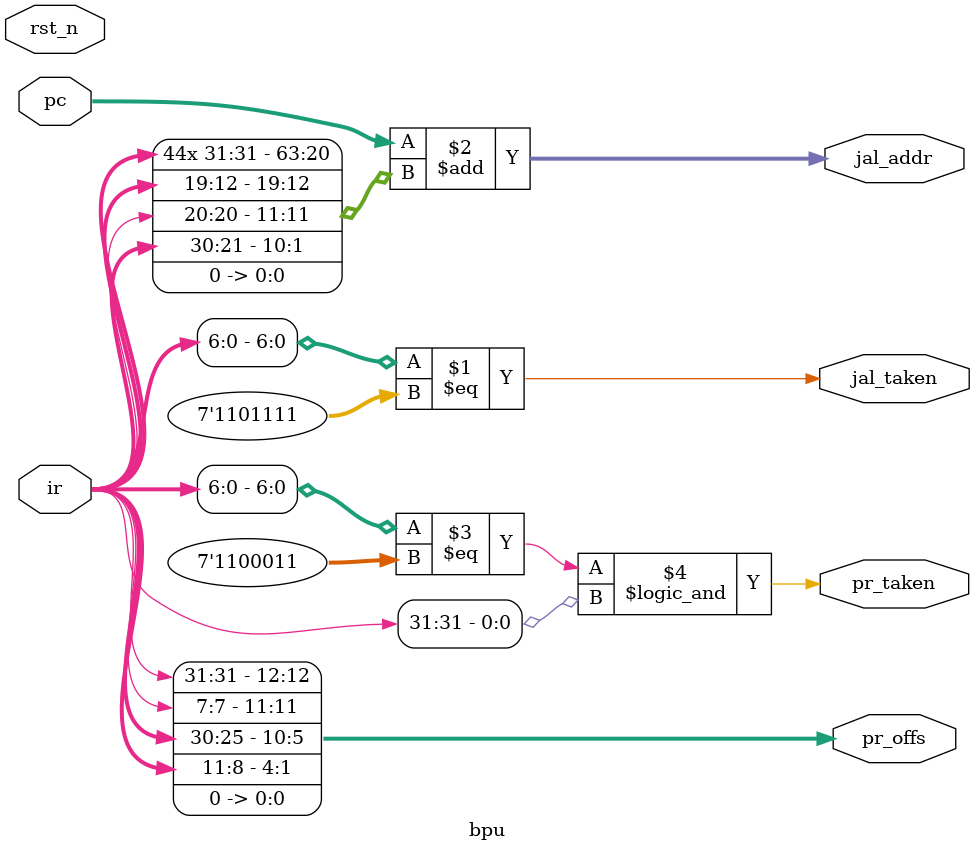
<source format=v>
/*
 * Copyright (C) 2023  Nikola Lukic <lukicn@protonmail.com>
 * This source describes Open Hardware and is licensed under the CERN-OHL-W v2
 *
 * You may redistribute and modify this documentation and make products
 * using it under the terms of the CERN-OHL-W v2 (https:/cern.ch/cern-ohl).
 * This documentation is distributed WITHOUT ANY EXPRESS OR IMPLIED
 * WARRANTY, INCLUDING OF MERCHANTABILITY, SATISFACTORY QUALITY
 * AND FITNESS FOR A PARTICULAR PURPOSE. Please see the CERN-OHL-W v2
 * for applicable conditions.
 *
 * Source location: https://www.github.com/kiclu/rv6
 *
 * As per CERN-OHL-W v2 section 4.1, should You produce hardware based on
 * these sources, You must maintain the Source Location visible on the
 * external case of any product you make using this documentation.
 */

module bpu(
    input      [63:0] pc,
    input      [31:0] ir,

    output            jal_taken,
    output     [63:0] jal_addr,

    output            pr_taken,
    output     [12:0] pr_offs,

    input             rst_n
);

    // static branch prediction
    // backward jumps taken
    // forward jumps not taken

    assign jal_taken = ir[6:0] == 7'b1101111;
    assign jal_addr  = pc + {{43{ir[31]}}, ir[31], ir[19:12], ir[20], ir[30:21], 1'b0};

    assign pr_taken = ir[6:0] == 7'b1100011 && ir[31];
    assign pr_offs  = {ir[31], ir[7], ir[30:25], ir[11:8], 1'b0};

endmodule

</source>
